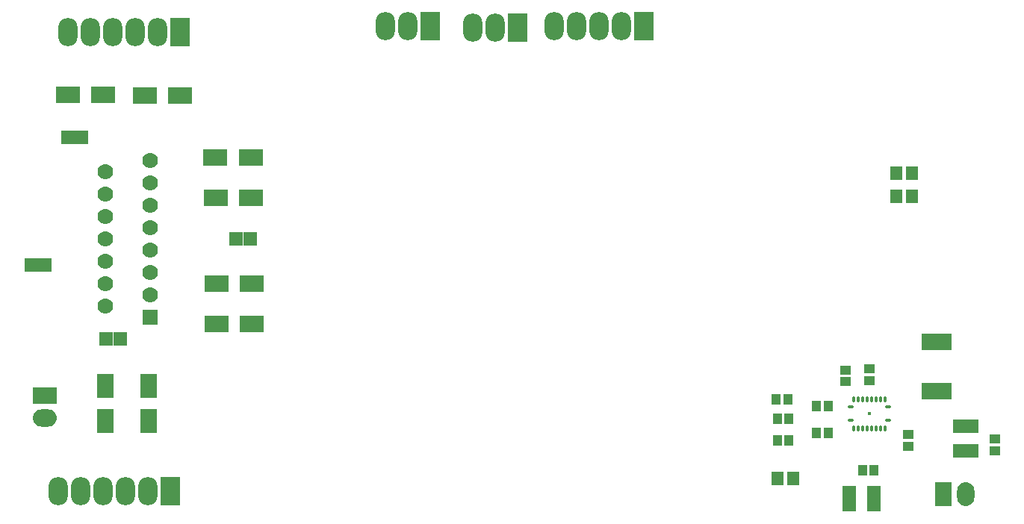
<source format=gbs>
G04*
G04 #@! TF.GenerationSoftware,Altium Limited,Altium Designer,20.2.5 (213)*
G04*
G04 Layer_Color=16711935*
%FSAX44Y44*%
%MOMM*%
G71*
G04*
G04 #@! TF.SameCoordinates,DEE1CB44-B07E-4D6A-B40A-D2815B2109DB*
G04*
G04*
G04 #@! TF.FilePolarity,Negative*
G04*
G01*
G75*
%ADD29R,1.5032X1.6032*%
%ADD30R,1.3532X1.5532*%
%ADD33O,2.2032X3.2032*%
%ADD34R,2.2032X3.2032*%
%ADD35R,1.7780X1.7780*%
%ADD36C,1.7780*%
%ADD37R,2.7032X1.9532*%
%ADD38O,2.7032X1.9532*%
%ADD39O,1.9532X2.7032*%
%ADD40R,1.9532X2.7032*%
%ADD50R,0.3000X0.3000*%
%ADD54R,3.4000X1.8500*%
%ADD60O,0.7016X0.3416*%
%ADD61O,0.3416X0.7016*%
%ADD62R,1.1532X1.0532*%
%ADD63R,1.0532X1.1532*%
%ADD64R,1.1032X1.2032*%
%ADD65R,1.5032X2.9032*%
%ADD66R,1.2032X1.1032*%
%ADD67R,2.9032X1.5032*%
%ADD68R,2.7032X1.9032*%
%ADD69R,1.9032X2.7032*%
D29*
X00441070Y00561340D02*
D03*
X00425070D02*
D03*
X00657860Y00590550D02*
D03*
X00673860D02*
D03*
X00466600Y00706120D02*
D03*
X00482600D02*
D03*
X00526160Y00477520D02*
D03*
X00510160D02*
D03*
D30*
X01271550Y00318614D02*
D03*
X01289050D02*
D03*
X01406030Y00665480D02*
D03*
X01423530D02*
D03*
X01406030Y00638810D02*
D03*
X01423530D02*
D03*
D33*
X01069340Y00831850D02*
D03*
X01018540D02*
D03*
X01043940D02*
D03*
X01094740D02*
D03*
X00925830Y00830580D02*
D03*
X00951230D02*
D03*
X00826770Y00831850D02*
D03*
X00852170D02*
D03*
X00492760Y00825500D02*
D03*
X00518160D02*
D03*
X00568960D02*
D03*
X00467360D02*
D03*
X00543560D02*
D03*
X00506730Y00304800D02*
D03*
X00455930D02*
D03*
X00481330D02*
D03*
X00532130D02*
D03*
X00557530D02*
D03*
D34*
X01120140Y00831850D02*
D03*
X00976630Y00830580D02*
D03*
X00877570Y00831850D02*
D03*
X00594360Y00825500D02*
D03*
X00582930Y00304800D02*
D03*
D35*
X00560070Y00501650D02*
D03*
D36*
X00509270Y00514350D02*
D03*
X00560070Y00527050D02*
D03*
X00509270Y00539750D02*
D03*
X00560070Y00552450D02*
D03*
X00509270Y00565150D02*
D03*
X00560070Y00577850D02*
D03*
X00509270Y00590550D02*
D03*
X00560070Y00603250D02*
D03*
X00509270Y00615950D02*
D03*
X00560070Y00628650D02*
D03*
X00509270Y00641350D02*
D03*
X00560070Y00654050D02*
D03*
X00509270Y00666750D02*
D03*
X00560070Y00679450D02*
D03*
D37*
X00440690Y00412750D02*
D03*
D38*
Y00387350D02*
D03*
D39*
X01484630Y00300890D02*
D03*
D40*
X01459230D02*
D03*
D50*
X01375410Y00392430D02*
D03*
D54*
X01451610Y00473520D02*
D03*
Y00418020D02*
D03*
D60*
X01353909Y00399930D02*
D03*
X01396909D02*
D03*
Y00384930D02*
D03*
X01353909D02*
D03*
D61*
X01357910Y00408931D02*
D03*
X01362910D02*
D03*
X01367910D02*
D03*
X01372910D02*
D03*
X01377910D02*
D03*
X01382910D02*
D03*
X01387910D02*
D03*
X01392910D02*
D03*
Y00375931D02*
D03*
X01387910D02*
D03*
X01382910D02*
D03*
X01377910D02*
D03*
X01372910D02*
D03*
X01367910D02*
D03*
X01362910D02*
D03*
X01357910D02*
D03*
D62*
X01348740Y00428954D02*
D03*
Y00441954D02*
D03*
D63*
X01284120Y00386570D02*
D03*
X01271120D02*
D03*
X01328570Y00370684D02*
D03*
X01315570D02*
D03*
X01380640Y00328150D02*
D03*
X01367640D02*
D03*
D64*
X01269600Y00408784D02*
D03*
X01283100D02*
D03*
X01284370Y00362440D02*
D03*
X01270870D02*
D03*
X01328820Y00401164D02*
D03*
X01315320D02*
D03*
D65*
X01352520Y00295910D02*
D03*
X01380520D02*
D03*
D66*
X01375410Y00429974D02*
D03*
Y00443474D02*
D03*
X01419860Y00369100D02*
D03*
Y00355600D02*
D03*
X01517253Y00350520D02*
D03*
Y00364020D02*
D03*
D67*
X01484630Y00378460D02*
D03*
Y00350460D02*
D03*
D68*
X00554040Y00753110D02*
D03*
X00594040D02*
D03*
X00466730Y00754380D02*
D03*
X00506730D02*
D03*
X00674370Y00637540D02*
D03*
X00634370D02*
D03*
X00675320Y00494030D02*
D03*
X00635320D02*
D03*
X00674050Y00683260D02*
D03*
X00634050D02*
D03*
X00675320Y00539750D02*
D03*
X00635320D02*
D03*
D69*
X00558800Y00423860D02*
D03*
Y00383860D02*
D03*
X00509270Y00423860D02*
D03*
Y00383860D02*
D03*
M02*

</source>
